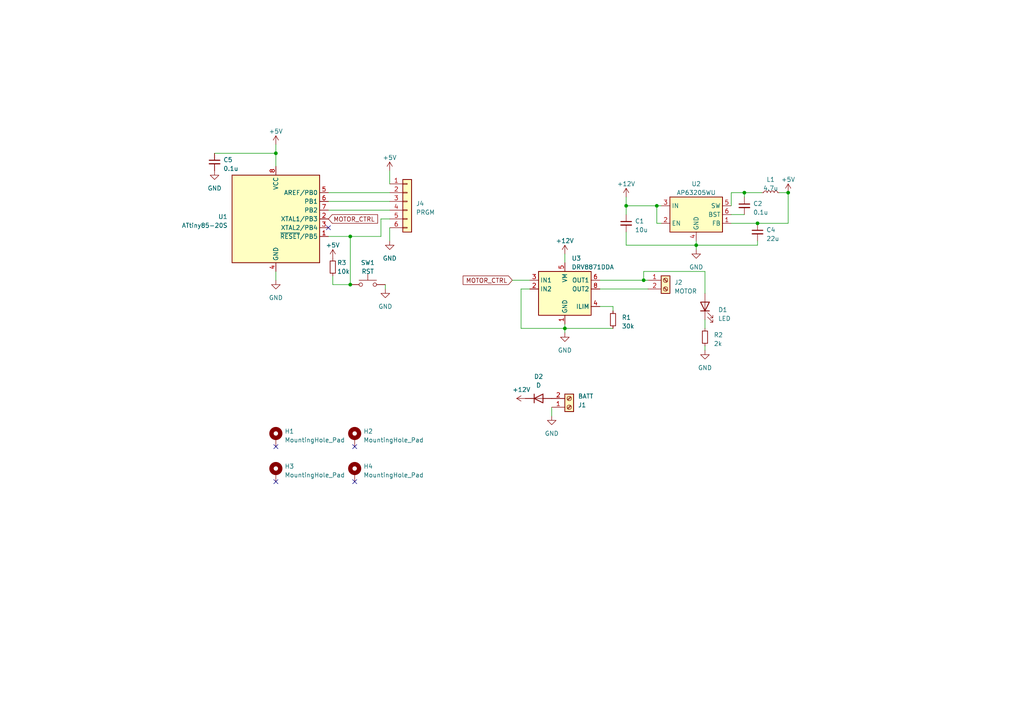
<source format=kicad_sch>
(kicad_sch (version 20230121) (generator eeschema)
  (paper "A4")
  (lib_symbols
    (symbol "Connector:Screw_Terminal_01x02" (pin_names (offset 1.016) hide)
      (property "Reference" "J" (at 0 2.54 0))
      (property "Value" "Screw_Terminal_01x02" (at 0 -5.08 0))
      (symbol "Screw_Terminal_01x02_1_1"
        (rectangle (start -1.27 1.27) (end 1.27 -3.81) (stroke (width 0.254)) (fill (type background)))
        (circle (center 0 -2.54) (radius 0.635) (stroke (width 0.1524)))
        (polyline (pts (xy -0.5334 -2.2098) (xy 0.3302 -3.048)) (stroke (width 0.1524)))
        (polyline (pts (xy -0.5334 0.3302) (xy 0.3302 -0.508)) (stroke (width 0.1524)))
        (polyline (pts (xy -0.3556 -2.032) (xy 0.508 -2.8702)) (stroke (width 0.1524)))
        (polyline (pts (xy -0.3556 0.508) (xy 0.508 -0.3302)) (stroke (width 0.1524)))
        (circle (center 0 0) (radius 0.635) (stroke (width 0.1524)))
        (pin passive line (at -5.08 0 0) (length 3.81) (name "Pin_1") (number "1"))
        (pin passive line (at -5.08 -2.54 0) (length 3.81) (name "Pin_2") (number "2"))
      )
    )
    (symbol "Connector_Generic:Conn_01x06" (pin_names (offset 1.016) hide)
      (property "Reference" "J" (at 0 7.62 0))
      (property "Value" "Conn_01x06" (at 0 -10.16 0))
      (symbol "Conn_01x06_1_1"
        (rectangle (start -1.27 -7.493) (end 0 -7.747) (stroke (width 0.1524)))
        (rectangle (start -1.27 -4.953) (end 0 -5.207) (stroke (width 0.1524)))
        (rectangle (start -1.27 -2.413) (end 0 -2.667) (stroke (width 0.1524)))
        (rectangle (start -1.27 0.127) (end 0 -0.127) (stroke (width 0.1524)))
        (rectangle (start -1.27 2.667) (end 0 2.413) (stroke (width 0.1524)))
        (rectangle (start -1.27 5.207) (end 0 4.953) (stroke (width 0.1524)))
        (rectangle (start -1.27 6.35) (end 1.27 -8.89) (stroke (width 0.254)) (fill (type background)))
        (pin passive line (at -5.08 5.08 0) (length 3.81) (name "Pin_1") (number "1"))
        (pin passive line (at -5.08 2.54 0) (length 3.81) (name "Pin_2") (number "2"))
        (pin passive line (at -5.08 0 0) (length 3.81) (name "Pin_3") (number "3"))
        (pin passive line (at -5.08 -2.54 0) (length 3.81) (name "Pin_4") (number "4"))
        (pin passive line (at -5.08 -5.08 0) (length 3.81) (name "Pin_5") (number "5"))
        (pin passive line (at -5.08 -7.62 0) (length 3.81) (name "Pin_6") (number "6"))
      )
    )
    (symbol "Device:C_Small" (pin_numbers hide) (pin_names (offset 0.254) hide)
      (property "Reference" "C" (at 0.254 1.778 0))
      (property "Value" "C_Small" (at 0.254 -2.032 0))
      (symbol "C_Small_0_1"
        (polyline (pts (xy -1.524 -0.508) (xy 1.524 -0.508)) (stroke (width 0.3302)))
        (polyline (pts (xy -1.524 0.508) (xy 1.524 0.508)) (stroke (width 0.3048)))
      )
      (symbol "C_Small_1_1"
        (pin passive line (at 0 2.54 270) (length 2.032) (name "~") (number "1"))
        (pin passive line (at 0 -2.54 90) (length 2.032) (name "~") (number "2"))
      )
    )
    (symbol "Device:D" (pin_numbers hide) (pin_names (offset 1.016) hide)
      (property "Reference" "D" (at 0 2.54 0))
      (property "Value" "D" (at 0 -2.54 0))
      (symbol "D_0_1"
        (polyline (pts (xy -1.27 1.27) (xy -1.27 -1.27)) (stroke (width 0.254)))
        (polyline (pts (xy 1.27 0) (xy -1.27 0)))
        (polyline (pts (xy 1.27 1.27) (xy 1.27 -1.27) (xy -1.27 0) (xy 1.27 1.27)) (stroke (width 0.254)))
      )
      (symbol "D_1_1"
        (pin passive line (at -3.81 0 0) (length 2.54) (name "K") (number "1"))
        (pin passive line (at 3.81 0 180) (length 2.54) (name "A") (number "2"))
      )
    )
    (symbol "Device:LED" (pin_numbers hide) (pin_names (offset 1.016) hide)
      (property "Reference" "D" (at 0 2.54 0))
      (property "Value" "LED" (at 0 -2.54 0))
      (symbol "LED_0_1"
        (polyline (pts (xy -1.27 -1.27) (xy -1.27 1.27)) (stroke (width 0.254)))
        (polyline (pts (xy -1.27 0) (xy 1.27 0)))
        (polyline (pts (xy 1.27 -1.27) (xy 1.27 1.27) (xy -1.27 0) (xy 1.27 -1.27)) (stroke (width 0.254)))
        (polyline (pts (xy -3.048 -0.762) (xy -4.572 -2.286) (xy -3.81 -2.286) (xy -4.572 -2.286) (xy -4.572 -1.524)))
        (polyline (pts (xy -1.778 -0.762) (xy -3.302 -2.286) (xy -2.54 -2.286) (xy -3.302 -2.286) (xy -3.302 -1.524)))
      )
      (symbol "LED_1_1"
        (pin passive line (at -3.81 0 0) (length 2.54) (name "K") (number "1"))
        (pin passive line (at 3.81 0 180) (length 2.54) (name "A") (number "2"))
      )
    )
    (symbol "Device:L_Small" (pin_numbers hide) (pin_names (offset 0.254) hide)
      (property "Reference" "L" (at 0.762 1.016 0))
      (property "Value" "L_Small" (at 0.762 -1.016 0))
      (symbol "L_Small_0_1"
        (arc (start 0 -2.032) (mid 0.5058 -1.524) (end 0 -1.016))
        (arc (start 0 -1.016) (mid 0.5058 -0.508) (end 0 0))
        (arc (start 0 0) (mid 0.5058 0.508) (end 0 1.016))
        (arc (start 0 1.016) (mid 0.5058 1.524) (end 0 2.032))
      )
      (symbol "L_Small_1_1"
        (pin passive line (at 0 2.54 270) (length 0.508) (name "~") (number "1"))
        (pin passive line (at 0 -2.54 90) (length 0.508) (name "~") (number "2"))
      )
    )
    (symbol "Device:R_Small" (pin_numbers hide) (pin_names (offset 0.254) hide)
      (property "Reference" "R" (at 0.762 0.508 0))
      (property "Value" "R_Small" (at 0.762 -1.016 0))
      (symbol "R_Small_0_1"
        (rectangle (start -0.762 1.778) (end 0.762 -1.778) (stroke (width 0.2032)))
      )
      (symbol "R_Small_1_1"
        (pin passive line (at 0 2.54 270) (length 0.762) (name "~") (number "1"))
        (pin passive line (at 0 -2.54 90) (length 0.762) (name "~") (number "2"))
      )
    )
    (symbol "Driver_Motor:DRV8871DDA"
      (property "Reference" "U" (at -6.35 6.35 0))
      (property "Value" "DRV8871DDA" (at 8.89 6.35 0))
      (symbol "DRV8871DDA_0_1"
        (rectangle (start -7.62 5.08) (end 7.62 -7.62) (stroke (width 0.254)) (fill (type background)))
      )
      (symbol "DRV8871DDA_1_1"
        (pin power_in line (at 0 -10.16 90) (length 2.54) (name "GND") (number "1"))
        (pin input line (at -10.16 0 0) (length 2.54) (name "IN2") (number "2"))
        (pin input line (at -10.16 2.54 0) (length 2.54) (name "IN1") (number "3"))
        (pin passive line (at 10.16 -5.08 180) (length 2.54) (name "ILIM") (number "4"))
        (pin power_in line (at 0 7.62 270) (length 2.54) (name "VM") (number "5"))
        (pin output line (at 10.16 2.54 180) (length 2.54) (name "OUT1") (number "6"))
        (pin passive line (at 0 -10.16 90) (length 2.54) hide (name "GND") (number "7"))
        (pin output line (at 10.16 0 180) (length 2.54) (name "OUT2") (number "8"))
        (pin passive line (at 0 -10.16 90) (length 2.54) hide (name "GND") (number "9"))
      )
    )
    (symbol "MCU_Microchip_ATtiny:ATtiny85-20S"
      (property "Reference" "U" (at -12.7 13.97 0))
      (property "Value" "ATtiny85-20S" (at 2.54 -13.97 0))
      (symbol "ATtiny85-20S_0_1"
        (rectangle (start -12.7 -12.7) (end 12.7 12.7) (stroke (width 0.254)) (fill (type background)))
      )
      (symbol "ATtiny85-20S_1_1"
        (pin bidirectional line (at 15.24 -5.08 180) (length 2.54) (name "~{RESET}/PB5") (number "1"))
        (pin bidirectional line (at 15.24 0 180) (length 2.54) (name "XTAL1/PB3") (number "2"))
        (pin bidirectional line (at 15.24 -2.54 180) (length 2.54) (name "XTAL2/PB4") (number "3"))
        (pin power_in line (at 0 -15.24 90) (length 2.54) (name "GND") (number "4"))
        (pin bidirectional line (at 15.24 7.62 180) (length 2.54) (name "AREF/PB0") (number "5"))
        (pin bidirectional line (at 15.24 5.08 180) (length 2.54) (name "PB1") (number "6"))
        (pin bidirectional line (at 15.24 2.54 180) (length 2.54) (name "PB2") (number "7"))
        (pin power_in line (at 0 15.24 270) (length 2.54) (name "VCC") (number "8"))
      )
    )
    (symbol "Mechanical:MountingHole_Pad" (pin_numbers hide) (pin_names (offset 1.016) hide)
      (property "Reference" "H" (at 0 6.35 0))
      (property "Value" "MountingHole_Pad" (at 0 4.445 0))
      (symbol "MountingHole_Pad_0_1"
        (circle (center 0 1.27) (radius 1.27) (stroke (width 1.27)))
      )
      (symbol "MountingHole_Pad_1_1"
        (pin input line (at 0 -2.54 90) (length 2.54) (name "1") (number "1"))
      )
    )
    (symbol "Regulator_Switching:AP63205WU"
      (property "Reference" "U" (at -7.62 6.35 0))
      (property "Value" "AP63205WU" (at 2.54 6.35 0))
      (symbol "AP63205WU_0_1"
        (rectangle (start -7.62 5.08) (end 7.62 -5.08) (stroke (width 0.254)) (fill (type background)))
      )
      (symbol "AP63205WU_1_1"
        (pin input line (at 10.16 -2.54 180) (length 2.54) (name "FB") (number "1"))
        (pin input line (at -10.16 -2.54 0) (length 2.54) (name "EN") (number "2"))
        (pin power_in line (at -10.16 2.54 0) (length 2.54) (name "IN") (number "3"))
        (pin power_in line (at 0 -7.62 90) (length 2.54) (name "GND") (number "4"))
        (pin output line (at 10.16 2.54 180) (length 2.54) (name "SW") (number "5"))
        (pin passive line (at 10.16 0 180) (length 2.54) (name "BST") (number "6"))
      )
    )
    (symbol "Switch:SW_Push" (pin_numbers hide) (pin_names (offset 1.016) hide)
      (property "Reference" "SW" (at 1.27 2.54 0))
      (property "Value" "SW_Push" (at 0 -1.524 0))
      (symbol "SW_Push_0_1"
        (circle (center -2.032 0) (radius 0.508))
        (polyline (pts (xy 0 1.27) (xy 0 3.048)))
        (polyline (pts (xy 2.54 1.27) (xy -2.54 1.27)))
        (circle (center 2.032 0) (radius 0.508))
        (pin passive line (at -5.08 0 0) (length 2.54) (name "1") (number "1"))
        (pin passive line (at 5.08 0 180) (length 2.54) (name "2") (number "2"))
      )
    )
    (symbol "power:+12V" (power) (pin_names (offset 0))
      (property "Value" "+12V" (at 0 3.556 0))
      (symbol "+12V_0_1"
        (polyline (pts (xy -0.762 1.27) (xy 0 2.54)))
        (polyline (pts (xy 0 0) (xy 0 2.54)))
        (polyline (pts (xy 0 2.54) (xy 0.762 1.27)))
      )
      (symbol "+12V_1_1"
        (pin power_in line (at 0 0 90) (length 0) hide (name "+12V") (number "1"))
      )
    )
    (symbol "power:+5V" (power) (pin_names (offset 0))
      (property "Value" "+5V" (at 0 3.556 0))
      (symbol "+5V_0_1"
        (polyline (pts (xy -0.762 1.27) (xy 0 2.54)))
        (polyline (pts (xy 0 0) (xy 0 2.54)))
        (polyline (pts (xy 0 2.54) (xy 0.762 1.27)))
      )
      (symbol "+5V_1_1"
        (pin power_in line (at 0 0 90) (length 0) hide (name "+5V") (number "1"))
      )
    )
    (symbol "power:GND" (power) (pin_names (offset 0))
      (property "Value" "GND" (at 0 -3.81 0))
      (symbol "GND_0_1"
        (polyline (pts (xy 0 0) (xy 0 -1.27) (xy 1.27 -1.27) (xy 0 -2.54) (xy -1.27 -1.27) (xy 0 -1.27)))
      )
      (symbol "GND_1_1"
        (pin power_in line (at 0 0 270) (length 0) hide (name "GND") (number "1"))
      )
    )
  )
  (junction (at 215.9 55.88))
  (junction (at 186.69 81.28))
  (junction (at 80.01 44.45))
  (junction (at 228.6 55.88))
  (junction (at 201.93 71.12))
  (junction (at 101.6 68.58))
  (junction (at 219.71 64.77))
  (junction (at 190.5 59.69))
  (junction (at 181.61 59.69))
  (junction (at 101.6 82.55))
  (junction (at 163.83 95.25))
  (no_connect (at 95.25 66.04))
  (no_connect (at 102.87 139.7))
  (no_connect (at 80.01 139.7))
  (no_connect (at 102.87 129.54))
  (no_connect (at 80.01 129.54))
  (wire (pts (xy 110.49 68.58) (xy 110.49 63.5)))
  (wire (pts (xy 95.25 55.88) (xy 113.03 55.88)))
  (wire (pts (xy 181.61 71.12) (xy 201.93 71.12)))
  (wire (pts (xy 80.01 44.45) (xy 80.01 48.26)))
  (wire (pts (xy 173.99 83.82) (xy 187.96 83.82)))
  (wire (pts (xy 153.67 83.82) (xy 151.13 83.82)))
  (wire (pts (xy 113.03 66.04) (xy 113.03 69.85)))
  (wire (pts (xy 80.01 41.91) (xy 80.01 44.45)))
  (wire (pts (xy 80.01 78.74) (xy 80.01 81.28)))
  (wire (pts (xy 212.09 62.23) (xy 215.9 62.23)))
  (wire (pts (xy 201.93 71.12) (xy 201.93 72.39)))
  (wire (pts (xy 212.09 59.69) (xy 212.09 55.88)))
  (wire (pts (xy 62.23 44.45) (xy 80.01 44.45)))
  (wire (pts (xy 151.13 83.82) (xy 151.13 95.25)))
  (wire (pts (xy 95.25 60.96) (xy 113.03 60.96)))
  (wire (pts (xy 215.9 55.88) (xy 220.98 55.88)))
  (wire (pts (xy 228.6 64.77) (xy 219.71 64.77)))
  (wire (pts (xy 191.77 59.69) (xy 190.5 59.69)))
  (wire (pts (xy 204.47 92.71) (xy 204.47 95.25)))
  (wire (pts (xy 173.99 81.28) (xy 186.69 81.28)))
  (wire (pts (xy 215.9 55.88) (xy 215.9 57.15)))
  (wire (pts (xy 186.69 78.74) (xy 204.47 78.74)))
  (wire (pts (xy 163.83 95.25) (xy 163.83 96.52)))
  (wire (pts (xy 201.93 69.85) (xy 201.93 71.12)))
  (wire (pts (xy 201.93 71.12) (xy 219.71 71.12)))
  (wire (pts (xy 219.71 64.77) (xy 212.09 64.77)))
  (wire (pts (xy 186.69 81.28) (xy 187.96 81.28)))
  (wire (pts (xy 113.03 49.53) (xy 113.03 53.34)))
  (wire (pts (xy 101.6 68.58) (xy 101.6 82.55)))
  (wire (pts (xy 219.71 71.12) (xy 219.71 69.85)))
  (wire (pts (xy 101.6 68.58) (xy 110.49 68.58)))
  (wire (pts (xy 228.6 55.88) (xy 226.06 55.88)))
  (wire (pts (xy 204.47 100.33) (xy 204.47 101.6)))
  (wire (pts (xy 190.5 64.77) (xy 191.77 64.77)))
  (wire (pts (xy 177.8 88.9) (xy 177.8 90.17)))
  (wire (pts (xy 95.25 58.42) (xy 113.03 58.42)))
  (wire (pts (xy 186.69 81.28) (xy 186.69 78.74)))
  (wire (pts (xy 181.61 59.69) (xy 190.5 59.69)))
  (wire (pts (xy 212.09 55.88) (xy 215.9 55.88)))
  (wire (pts (xy 228.6 55.88) (xy 228.6 64.77)))
  (wire (pts (xy 204.47 78.74) (xy 204.47 85.09)))
  (wire (pts (xy 181.61 57.15) (xy 181.61 59.69)))
  (wire (pts (xy 190.5 59.69) (xy 190.5 64.77)))
  (wire (pts (xy 95.25 68.58) (xy 101.6 68.58)))
  (wire (pts (xy 163.83 95.25) (xy 163.83 93.98)))
  (wire (pts (xy 160.02 118.11) (xy 160.02 120.65)))
  (wire (pts (xy 177.8 88.9) (xy 173.99 88.9)))
  (wire (pts (xy 148.59 81.28) (xy 153.67 81.28)))
  (wire (pts (xy 163.83 73.66) (xy 163.83 76.2)))
  (wire (pts (xy 110.49 63.5) (xy 113.03 63.5)))
  (wire (pts (xy 96.52 80.01) (xy 96.52 82.55)))
  (wire (pts (xy 181.61 59.69) (xy 181.61 62.23)))
  (wire (pts (xy 96.52 82.55) (xy 101.6 82.55)))
  (wire (pts (xy 181.61 67.31) (xy 181.61 71.12)))
  (wire (pts (xy 151.13 95.25) (xy 163.83 95.25)))
  (wire (pts (xy 163.83 95.25) (xy 177.8 95.25)))
  (wire (pts (xy 111.76 82.55) (xy 111.76 83.82)))
  (global_label "MOTOR_CTRL" (shape input) (at 95.25 63.5 0) (property "Intersheetrefs" "${INTERSHEET_REFS}" (effects hide)))
  (global_label "MOTOR_CTRL" (shape input) (at 148.59 81.28 180) (property "Intersheetrefs" "${INTERSHEET_REFS}" (effects hide)))
  (symbol (lib_id "Device:C_Small") (at 215.9 59.69 0) (unit 1)
    (property "Reference" "C2" (at 218.44 59.0613 0) (effects (justify left)))
    (property "Value" "0.1u" (at 218.44 61.6013 0) (effects (justify left)))
    (property "Footprint" "Capacitor_SMD:C_0603_1608Metric" (effects hide))
  )
  (symbol (lib_id "power:+12V") (at 152.4 115.57 90) (unit 1)
    (property "Reference" "#PWR07" (effects hide))
    (property "Value" "+12V" (at 148.59 113.03 90) (effects (justify right)))
  )
  (symbol (lib_id "Mechanical:MountingHole_Pad") (at 102.87 127 0) (unit 1)
    (property "Reference" "H2" (at 105.41 125.095 0) (effects (justify left)))
    (property "Value" "MountingHole_Pad" (at 105.41 127.635 0) (effects (justify left)))
    (property "Footprint" "MountingHole:MountingHole_3.2mm_M3_Pad_TopBottom" (effects hide))
  )
  (symbol (lib_id "power:+5V") (at 113.03 49.53 0) (unit 1)
    (property "Reference" "#PWR012" (effects hide))
    (property "Value" "+5V" (at 113.03 45.72 0))
  )
  (symbol (lib_id "power:GND") (at 204.47 101.6 0) (unit 1)
    (property "Reference" "#PWR013" (effects hide))
    (property "Value" "GND" (at 204.47 106.68 0))
  )
  (symbol (lib_id "power:GND") (at 160.02 120.65 0) (unit 1)
    (property "Reference" "#PWR08" (effects hide))
    (property "Value" "GND" (at 160.02 125.73 0))
  )
  (symbol (lib_id "Device:LED") (at 204.47 88.9 90) (unit 1)
    (property "Reference" "D1" (at 208.28 89.8525 90) (effects (justify right)))
    (property "Value" "LED" (at 208.28 92.3925 90) (effects (justify right)))
    (property "Footprint" "LED_SMD:LED_0805_2012Metric" (effects hide))
  )
  (symbol (lib_id "Connector:Screw_Terminal_01x02") (at 193.04 81.28 0) (unit 1)
    (property "Reference" "J2" (at 195.58 81.915 0) (effects (justify left)))
    (property "Value" "MOTOR" (at 195.58 84.455 0) (effects (justify left)))
    (property "Footprint" "TerminalBlock_TE-Connectivity:TerminalBlock_TE_282834-2_1x02_P2.54mm_Horizontal" (effects hide))
  )
  (symbol (lib_id "Device:R_Small") (at 177.8 92.71 0) (unit 1)
    (property "Reference" "R1" (at 180.34 92.075 0) (effects (justify left)))
    (property "Value" "30k" (at 180.34 94.615 0) (effects (justify left)))
    (property "Footprint" "Resistor_SMD:R_0805_2012Metric" (effects hide))
  )
  (symbol (lib_id "power:+5V") (at 228.6 55.88 0) (unit 1)
    (property "Reference" "#PWR03" (effects hide))
    (property "Value" "+5V" (at 228.6 52.07 0))
  )
  (symbol (lib_id "Device:C_Small") (at 62.23 46.99 0) (unit 1)
    (property "Reference" "C5" (at 64.77 46.3613 0) (effects (justify left)))
    (property "Value" "0.1u" (at 64.77 48.9013 0) (effects (justify left)))
    (property "Footprint" "Capacitor_SMD:C_0603_1608Metric" (effects hide))
  )
  (symbol (lib_id "power:+12V") (at 163.83 73.66 0) (unit 1)
    (property "Reference" "#PWR09" (effects hide))
    (property "Value" "+12V" (at 163.83 69.85 0))
  )
  (symbol (lib_id "MCU_Microchip_ATtiny:ATtiny85-20S") (at 80.01 63.5 0) (unit 1)
    (property "Reference" "U1" (at 66.04 62.865 0) (effects (justify right)))
    (property "Value" "ATtiny85-20S" (at 66.04 65.405 0) (effects (justify right)))
    (property "Footprint" "Package_SO:SOIC-8W_5.3x5.3mm_P1.27mm" (effects hide))
    (property "Datasheet" "http://ww1.microchip.com/downloads/en/DeviceDoc/atmel-2586-avr-8-bit-microcontroller-attiny25-attiny45-attiny85_datasheet.pdf" (effects hide))
  )
  (symbol (lib_id "Regulator_Switching:AP63205WU") (at 201.93 62.23 0) (unit 1)
    (property "Reference" "U2" (at 201.93 53.34 0))
    (property "Value" "AP63205WU" (at 201.93 55.88 0))
    (property "Footprint" "Package_TO_SOT_SMD:TSOT-23-6" (effects hide))
    (property "Datasheet" "https://www.diodes.com/assets/Datasheets/AP63200-AP63201-AP63203-AP63205.pdf" (effects hide))
  )
  (symbol (lib_id "Driver_Motor:DRV8871DDA") (at 163.83 83.82 0) (unit 1)
    (property "Reference" "U3" (at 165.7859 74.93 0) (effects (justify left)))
    (property "Value" "DRV8871DDA" (at 165.7859 77.47 0) (effects (justify left)))
    (property "Footprint" "Package_SO:Texas_HTSOP-8-1EP_3.9x4.9mm_P1.27mm_EP2.95x4.9mm_Mask2.4x3.1mm_ThermalVias" (effects hide))
    (property "Datasheet" "http://www.ti.com/lit/ds/symlink/drv8871.pdf" (effects hide))
  )
  (symbol (lib_id "power:GND") (at 111.76 83.82 0) (unit 1)
    (property "Reference" "#PWR015" (effects hide))
    (property "Value" "GND" (at 111.76 88.9 0))
  )
  (symbol (lib_id "power:GND") (at 163.83 96.52 0) (unit 1)
    (property "Reference" "#PWR010" (effects hide))
    (property "Value" "GND" (at 163.83 101.6 0))
  )
  (symbol (lib_id "Connector:Screw_Terminal_01x02") (at 165.1 118.11 0) (mirror x) (unit 1)
    (property "Reference" "J1" (at 167.64 117.475 0) (effects (justify left)))
    (property "Value" "BATT" (at 167.64 114.935 0) (effects (justify left)))
    (property "Footprint" "TerminalBlock_TE-Connectivity:TerminalBlock_TE_282834-2_1x02_P2.54mm_Horizontal" (effects hide))
  )
  (symbol (lib_id "Device:R_Small") (at 204.47 97.79 0) (unit 1)
    (property "Reference" "R2" (at 207.01 97.155 0) (effects (justify left)))
    (property "Value" "2k" (at 207.01 99.695 0) (effects (justify left)))
    (property "Footprint" "Resistor_SMD:R_0805_2012Metric" (effects hide))
  )
  (symbol (lib_id "power:+5V") (at 80.01 41.91 0) (unit 1)
    (property "Reference" "#PWR04" (effects hide))
    (property "Value" "+5V" (at 80.01 38.1 0))
  )
  (symbol (lib_id "power:+5V") (at 96.52 74.93 0) (unit 1)
    (property "Reference" "#PWR014" (effects hide))
    (property "Value" "+5V" (at 96.52 71.12 0))
  )
  (symbol (lib_id "Connector_Generic:Conn_01x06") (at 118.11 58.42 0) (unit 1)
    (property "Reference" "J4" (at 120.65 59.055 0) (effects (justify left)))
    (property "Value" "PRGM" (at 120.65 61.595 0) (effects (justify left)))
    (property "Footprint" "Connector_PinHeader_2.54mm:PinHeader_1x06_P2.54mm_Horizontal" (effects hide))
  )
  (symbol (lib_id "power:GND") (at 62.23 49.53 0) (unit 1)
    (property "Reference" "#PWR06" (effects hide))
    (property "Value" "GND" (at 62.23 54.61 0))
  )
  (symbol (lib_id "Mechanical:MountingHole_Pad") (at 80.01 137.16 0) (unit 1)
    (property "Reference" "H3" (at 82.55 135.255 0) (effects (justify left)))
    (property "Value" "MountingHole_Pad" (at 82.55 137.795 0) (effects (justify left)))
    (property "Footprint" "MountingHole:MountingHole_3.2mm_M3_Pad_TopBottom" (effects hide))
  )
  (symbol (lib_id "power:GND") (at 113.03 69.85 0) (unit 1)
    (property "Reference" "#PWR011" (effects hide))
    (property "Value" "GND" (at 113.03 74.93 0))
  )
  (symbol (lib_id "power:GND") (at 80.01 81.28 0) (unit 1)
    (property "Reference" "#PWR05" (effects hide))
    (property "Value" "GND" (at 80.01 86.36 0))
  )
  (symbol (lib_id "Mechanical:MountingHole_Pad") (at 102.87 137.16 0) (unit 1)
    (property "Reference" "H4" (at 105.41 135.255 0) (effects (justify left)))
    (property "Value" "MountingHole_Pad" (at 105.41 137.795 0) (effects (justify left)))
    (property "Footprint" "MountingHole:MountingHole_3.2mm_M3_Pad_TopBottom" (effects hide))
  )
  (symbol (lib_id "Mechanical:MountingHole_Pad") (at 80.01 127 0) (unit 1)
    (property "Reference" "H1" (at 82.55 125.095 0) (effects (justify left)))
    (property "Value" "MountingHole_Pad" (at 82.55 127.635 0) (effects (justify left)))
    (property "Footprint" "MountingHole:MountingHole_3.2mm_M3_Pad_TopBottom" (effects hide))
  )
  (symbol (lib_id "Device:C_Small") (at 181.61 64.77 0) (unit 1)
    (property "Reference" "C1" (at 184.15 64.1413 0) (effects (justify left)))
    (property "Value" "10u" (at 184.15 66.6813 0) (effects (justify left)))
    (property "Footprint" "Capacitor_SMD:C_1206_3216Metric" (effects hide))
  )
  (symbol (lib_id "Device:D") (at 156.21 115.57 0) (unit 1)
    (property "Reference" "D2" (at 156.21 109.22 0))
    (property "Value" "D" (at 156.21 111.76 0))
    (property "Footprint" "Diode_SMD:D_SOD-123" (effects hide))
  )
  (symbol (lib_id "Device:R_Small") (at 96.52 77.47 0) (unit 1)
    (property "Reference" "R3" (at 97.79 76.2 0) (effects (justify left)))
    (property "Value" "10k" (at 97.79 78.74 0) (effects (justify left)))
    (property "Footprint" "Resistor_SMD:R_0603_1608Metric" (effects hide))
  )
  (symbol (lib_id "power:+12V") (at 181.61 57.15 0) (unit 1)
    (property "Reference" "#PWR01" (effects hide))
    (property "Value" "+12V" (at 181.61 53.34 0))
  )
  (symbol (lib_id "power:GND") (at 201.93 72.39 0) (unit 1)
    (property "Reference" "#PWR02" (effects hide))
    (property "Value" "GND" (at 201.93 77.47 0))
  )
  (symbol (lib_id "Device:C_Small") (at 219.71 67.31 0) (unit 1)
    (property "Reference" "C4" (at 222.25 66.6813 0) (effects (justify left)))
    (property "Value" "22u" (at 222.25 69.2213 0) (effects (justify left)))
    (property "Footprint" "Capacitor_SMD:C_1206_3216Metric" (effects hide))
  )
  (symbol (lib_id "Switch:SW_Push") (at 106.68 82.55 0) (unit 1)
    (property "Reference" "SW1" (at 106.68 76.2 0))
    (property "Value" "RST" (at 106.68 78.74 0))
    (property "Footprint" "Button_Switch_SMD:SW_SPST_PTS810" (effects hide))
  )
  (symbol (lib_id "Device:L_Small") (at 223.52 55.88 90) (unit 1)
    (property "Reference" "L1" (at 223.52 52.07 90))
    (property "Value" "4.7u" (at 223.52 54.61 90))
    (property "Footprint" "Inductor_SMD:L_Vishay_IHLP-2020" (effects hide))
  )
)
</source>
